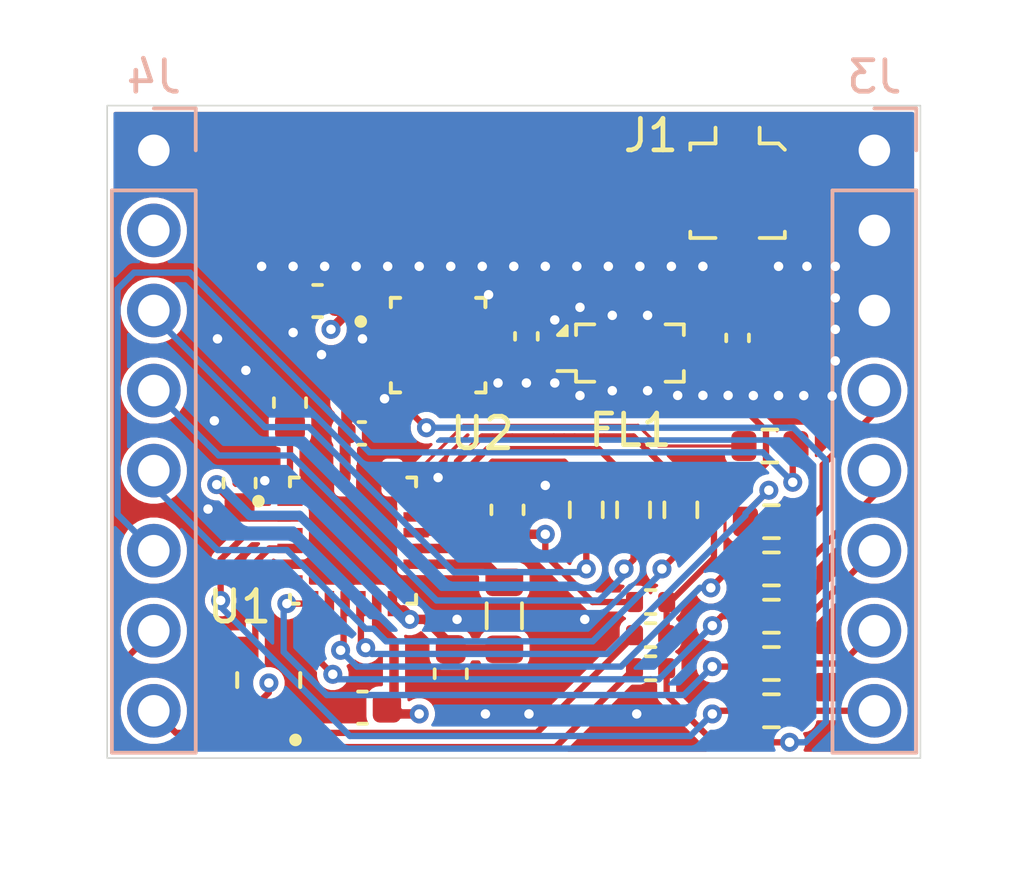
<source format=kicad_pcb>
(kicad_pcb (version 20241229) (generator "pcbnew") (generator_version "9.0")
  (layers (0 "F.Cu" signal) (4 "In1.Cu" signal) (6 "In2.Cu" signal) (2 "B.Cu" signal) (13 "F.Paste" user) (15 "B.Paste" user) (5 "F.SilkS" user "F.Silkscreen") (7 "B.SilkS" user "B.Silkscreen") (1 "F.Mask" user) (3 "B.Mask" user) (25 "Edge.Cuts" user))
  (net 0 "")
  (net 1 "GND")
  (net 2 "DIO3")
  (net 3 "MISO")
  (net 4 "SCK")
  (net 5 "DIO1")
  (net 6 "MOSI")
  (net 8 "DIO2")
  (net 9 "BUSY")
  (net 10 "RESET")
  (net 11 "Net-(U1-XTA)")
  (net 12 "CS")
  (net 13 "VCC")
  (net 14 "RF_TRX")
  (net 15 "Net-(U1-VR_PA)")
  (net 16 "Net-(U1-DCC_FB)")
  (net 17 "Net-(U1-DCC_SW)")
  (net 18 "TXEN")
  (net 19 "Net-(U2-TXEN)")
  (net 20 "Net-(U2-RXEN)")
  (net 23 "Net-(U1-~{RESET})")
  (net 24 "Net-(U1-MISO_TX)")
  (net 25 "Net-(U1-MOSI_RX)")
  (net 26 "Net-(U1-SCK_~{RTS})")
  (net 27 "Net-(U1-~{SS_CTS})")
  (net 28 "Net-(U1-BUSY)")
  (net 29 "Net-(U1-DIO1)")
  (net 30 "Net-(U1-DIO2)")
  (net 31 "Net-(U1-DIO3)")
  (net 32 "RXEN")
  (net 33 "Net-(U2-TXRX)")
  (net 34 "RF_FLT")
  (net 35 "RF_CAP")
  (net 36 "RF_UFL")
  (footprint "ECS-TXO-20CSMV:OSC_ECS-TXO-20CSMV-520-AN-TR" (layer "F.Cu") (at 148.425 100.625 90)
    (property "Reference" "Y1" (hide yes))
    (property "Value" "ECS-TXO-20CSMV-520-AN-TR")
    (pad "1" smd rect (at -0.925 0.725 90) (size 0.9 0.8) (layers "F.Cu" "F.Mask" "F.Paste") (net 1 "GND"))
    (pad "2" smd rect (at 0.925 0.725 90) (size 0.9 0.8) (layers "F.Cu" "F.Mask" "F.Paste") (net 1 "GND"))
    (pad "3" smd rect (at 0.925 -0.725 90) (size 0.9 0.8) (layers "F.Cu" "F.Mask" "F.Paste") (net 11 "Net-(U1-XTA)"))
    (pad "4" smd rect (at -0.925 -0.725 90) (size 0.9 0.8) (layers "F.Cu" "F.Mask" "F.Paste") (net 13 "VCC"))
  )
  (footprint "Resistor_SMD:R_0603_1608Metric" (layer "F.Cu") (at 164.375 97.1)
    (property "Reference" "R10" (hide yes))
    (property "Value" "33")
    (pad "1" smd roundrect (at -0.825 0) (size 0.8 0.95) (layers "F.Cu" "F.Mask" "F.Paste") (net 30 "Net-(U1-DIO2)"))
    (pad "2" smd roundrect (at 0.825 0) (size 0.8 0.95) (layers "F.Cu" "F.Mask" "F.Paste") (net 8 "DIO2"))
  )
  (footprint "Resistor_SMD:R_0603_1608Metric" (layer "F.Cu") (at 161.5 95.225 90)
    (property "Reference" "R6" (hide yes))
    (property "Value" "33")
    (pad "1" smd roundrect (at -0.825 0 90) (size 0.8 0.95) (layers "F.Cu" "F.Mask" "F.Paste") (net 4 "SCK"))
    (pad "2" smd roundrect (at 0.825 0 90) (size 0.8 0.95) (layers "F.Cu" "F.Mask" "F.Paste") (net 26 "Net-(U1-SCK_~{RTS})"))
  )
  (footprint "Resistor_SMD:R_0603_1608Metric" (layer "F.Cu") (at 164.375 101.6 180)
    (property "Reference" "R3" (hide yes))
    (property "Value" "33")
    (pad "1" smd roundrect (at -0.825 0 180) (size 0.8 0.95) (layers "F.Cu" "F.Mask" "F.Paste") (net 10 "RESET"))
    (pad "2" smd roundrect (at 0.825 0 180) (size 0.8 0.95) (layers "F.Cu" "F.Mask" "F.Paste") (net 23 "Net-(U1-~{RESET})"))
  )
  (footprint "Resistor_SMD:R_0402_1005Metric" (layer "F.Cu") (at 160.54 98.15)
    (property "Reference" "R2" (hide yes))
    (property "Value" "10k")
    (pad "1" smd roundrect (at -0.51 0) (size 0.54 0.64) (layers "F.Cu" "F.Mask" "F.Paste") (net 13 "VCC"))
    (pad "2" smd roundrect (at 0.51 0) (size 0.54 0.64) (layers "F.Cu" "F.Mask" "F.Paste") (net 20 "Net-(U2-RXEN)"))
  )
  (footprint "Filter:Filter_Mini-Circuits_FV1206-4" (layer "F.Cu") (at 159.885 90.25)
    (property "Reference" "FL1" (at 0.015 2.45 180) (layer "F.SilkS"))
    (property "Value" "BFCN-2450")
    (pad "1" smd roundrect (at -1.815 0) (size 0.99 0.61) (layers "F.Cu" "F.Mask" "F.Paste") (net 34 "RF_FLT"))
    (pad "2" thru_hole circle (at -0.56 1.195) (size 0.63 0.63) (drill 0.3) (layers "*.Cu" "*.Mask") (net 1 "GND"))
    (pad "2" smd roundrect (at 0 1.015) (size 1.75 0.99) (layers "F.Cu" "F.Mask" "F.Paste") (net 1 "GND"))
    (pad "2" thru_hole circle (at 0.56 1.195) (size 0.63 0.63) (drill 0.3) (layers "*.Cu" "*.Mask") (net 1 "GND"))
    (pad "3" smd roundrect (at 1.815 0) (size 0.99 0.61) (layers "F.Cu" "F.Mask" "F.Paste") (net 35 "RF_CAP"))
    (pad "4" thru_hole circle (at -0.56 -1.195) (size 0.63 0.63) (drill 0.3) (layers "*.Cu" "*.Mask") (net 1 "GND"))
    (pad "4" smd roundrect (at 0 -1.015) (size 1.75 0.99) (layers "F.Cu" "F.Mask" "F.Paste") (net 1 "GND"))
    (pad "4" thru_hole circle (at 0.56 -1.195) (size 0.63 0.63) (drill 0.3) (layers "*.Cu" "*.Mask") (net 1 "GND"))
  )
  (footprint "Resistor_SMD:R_0603_1608Metric" (layer "F.Cu") (at 164.375 98.6 180)
    (property "Reference" "R9" (hide yes))
    (property "Value" "33")
    (pad "1" smd roundrect (at -0.825 0 180) (size 0.8 0.95) (layers "F.Cu" "F.Mask" "F.Paste") (net 5 "DIO1"))
    (pad "2" smd roundrect (at 0.825 0 180) (size 0.8 0.95) (layers "F.Cu" "F.Mask" "F.Paste") (net 29 "Net-(U1-DIO1)"))
  )
  (footprint "Inductor_SMD:L_0805_2012Metric" (layer "F.Cu") (at 155.9 98.5875 -90)
    (property "Reference" "L1" (hide yes))
    (property "Value" "15u")
    (pad "1" smd roundrect (at -1.0625 0 270) (size 0.875 1.2) (layers "F.Cu" "F.Mask" "F.Paste") (net 17 "Net-(U1-DCC_SW)"))
    (pad "2" smd roundrect (at 1.0625 0 270) (size 0.875 1.2) (layers "F.Cu" "F.Mask" "F.Paste") (net 16 "Net-(U1-DCC_FB)"))
  )
  (footprint "Capacitor_SMD:C_0402_1005Metric" (layer "F.Cu") (at 151.38 92.8)
    (property "Reference" "C6" (hide yes))
    (property "Value" "0.8pF")
    (pad "1" smd roundrect (at -0.48 0) (size 0.56 0.62) (layers "F.Cu" "F.Mask" "F.Paste") (net 14 "RF_TRX"))
    (pad "2" smd roundrect (at 0.48 0) (size 0.56 0.62) (layers "F.Cu" "F.Mask" "F.Paste") (net 1 "GND"))
  )
  (footprint "Capacitor_SMD:C_0603_1608Metric" (layer "F.Cu") (at 154.2 100.425 -90)
    (property "Reference" "C4" (hide yes))
    (property "Value" "470n")
    (pad "1" smd roundrect (at -0.775 0 270) (size 0.9 0.95) (layers "F.Cu" "F.Mask" "F.Paste") (net 16 "Net-(U1-DCC_FB)"))
    (pad "2" smd roundrect (at 0.775 0 270) (size 0.9 0.95) (layers "F.Cu" "F.Mask" "F.Paste") (net 1 "GND"))
  )
  (footprint "Inductor_SMD:L_0402_1005Metric" (layer "F.Cu") (at 150.9 91.215 -90)
    (property "Reference" "L2" (hide yes))
    (property "Value" "3n")
    (pad "1" smd roundrect (at -0.485 0 270) (size 0.59 0.64) (layers "F.Cu" "F.Mask" "F.Paste") (net 33 "Net-(U2-TXRX)"))
    (pad "2" smd roundrect (at 0.485 0 270) (size 0.59 0.64) (layers "F.Cu" "F.Mask" "F.Paste") (net 14 "RF_TRX"))
  )
  (footprint "Capacitor_SMD:C_0603_1608Metric" (layer "F.Cu") (at 149.975 88.6 180)
    (property "Reference" "C7" (hide yes))
    (property "Value" "100n")
    (pad "1" smd roundrect (at -0.775 0 180) (size 0.9 0.95) (layers "F.Cu" "F.Mask" "F.Paste") (net 13 "VCC"))
    (pad "2" smd roundrect (at 0.775 0 180) (size 0.9 0.95) (layers "F.Cu" "F.Mask" "F.Paste") (net 1 "GND"))
  )
  (footprint "Resistor_SMD:R_0603_1608Metric" (layer "F.Cu") (at 164.375 100.1)
    (property "Reference" "R8" (hide yes))
    (property "Value" "33")
    (pad "1" smd roundrect (at -0.825 0) (size 0.8 0.95) (layers "F.Cu" "F.Mask" "F.Paste") (net 28 "Net-(U1-BUSY)"))
    (pad "2" smd roundrect (at 0.825 0) (size 0.8 0.95) (layers "F.Cu" "F.Mask" "F.Paste") (net 9 "BUSY"))
  )
  (footprint "Capacitor_SMD:C_0603_1608Metric" (layer "F.Cu") (at 151.4 101.5)
    (property "Reference" "C2" (hide yes))
    (property "Value" "100n")
    (pad "1" smd roundrect (at -0.775 0) (size 0.9 0.95) (layers "F.Cu" "F.Mask" "F.Paste") (net 1 "GND"))
    (pad "2" smd roundrect (at 0.775 0) (size 0.9 0.95) (layers "F.Cu" "F.Mask" "F.Paste") (net 13 "VCC"))
  )
  (footprint "Capacitor_SMD:C_0603_1608Metric" (layer "F.Cu") (at 147.5 94.375 90)
    (property "Reference" "C5" (hide yes))
    (property "Value" "10n")
    (pad "1" smd roundrect (at -0.775 0 90) (size 0.9 0.95) (layers "F.Cu" "F.Mask" "F.Paste") (net 16 "Net-(U1-DCC_FB)"))
    (pad "2" smd roundrect (at 0.775 0 90) (size 0.9 0.95) (layers "F.Cu" "F.Mask" "F.Paste") (net 1 "GND"))
  )
  (footprint "Capacitor_SMD:C_0402_1005Metric" (layer "F.Cu") (at 156.6 89.72 90)
    (property "Reference" "C8" (hide yes))
    (property "Value" "0.3p")
    (pad "1" smd roundrect (at -0.48 0 90) (size 0.56 0.62) (layers "F.Cu" "F.Mask" "F.Paste") (net 34 "RF_FLT"))
    (pad "2" smd roundrect (at 0.48 0 90) (size 0.56 0.62) (layers "F.Cu" "F.Mask" "F.Paste") (net 1 "GND"))
  )
  (footprint "Resistor_SMD:R_0402_1005Metric" (layer "F.Cu") (at 160.54 99.2)
    (property "Reference" "R12_DNP1" (hide yes))
    (property "Value" "10k")
    (pad "1" smd roundrect (at -0.51 0) (size 0.54 0.64) (layers "F.Cu" "F.Mask" "F.Paste") (net 32 "RXEN"))
    (pad "2" smd roundrect (at 0.51 0) (size 0.54 0.64) (layers "F.Cu" "F.Mask" "F.Paste") (net 20 "Net-(U2-RXEN)"))
  )
  (footprint "Resistor_SMD:R_0603_1608Metric" (layer "F.Cu") (at 164.325 93.2)
    (property "Reference" "R7" (hide yes))
    (property "Value" "33")
    (pad "1" smd roundrect (at -0.825 0) (size 0.8 0.95) (layers "F.Cu" "F.Mask" "F.Paste") (net 27 "Net-(U1-~{SS_CTS})"))
    (pad "2" smd roundrect (at 0.825 0) (size 0.8 0.95) (layers "F.Cu" "F.Mask" "F.Paste") (net 12 "CS"))
  )
  (footprint "Resistor_SMD:R_0603_1608Metric" (layer "F.Cu") (at 158.5 95.225 90)
    (property "Reference" "R4" (hide yes))
    (property "Value" "33")
    (pad "1" smd roundrect (at -0.825 0 90) (size 0.8 0.95) (layers "F.Cu" "F.Mask" "F.Paste") (net 3 "MISO"))
    (pad "2" smd roundrect (at 0.825 0 90) (size 0.8 0.95) (layers "F.Cu" "F.Mask" "F.Paste") (net 24 "Net-(U1-MISO_TX)"))
  )
  (footprint "Resistor_SMD:R_0603_1608Metric" (layer "F.Cu") (at 164.375 95.6)
    (property "Reference" "R11" (hide yes))
    (property "Value" "33")
    (pad "1" smd roundrect (at -0.825 0) (size 0.8 0.95) (layers "F.Cu" "F.Mask" "F.Paste") (net 31 "Net-(U1-DIO3)"))
    (pad "2" smd roundrect (at 0.825 0) (size 0.8 0.95) (layers "F.Cu" "F.Mask" "F.Paste") (net 2 "DIO3"))
  )
  (footprint "Capacitor_SMD:C_0603_1608Metric" (layer "F.Cu") (at 149.1 91.825 -90)
    (property "Reference" "C1" (hide yes))
    (property "Value" "10n")
    (pad "1" smd roundrect (at -0.775 0 270) (size 0.9 0.95) (layers "F.Cu" "F.Mask" "F.Paste") (net 1 "GND"))
    (pad "2" smd roundrect (at 0.775 0 270) (size 0.9 0.95) (layers "F.Cu" "F.Mask" "F.Paste") (net 15 "Net-(U1-VR_PA)"))
  )
  (footprint "Capacitor_SMD:C_0603_1608Metric" (layer "F.Cu") (at 156 95.225 -90)
    (property "Reference" "C3" (hide yes))
    (property "Value" "100n")
    (pad "1" smd roundrect (at -0.775 0 270) (size 0.9 0.95) (layers "F.Cu" "F.Mask" "F.Paste") (net 1 "GND"))
    (pad "2" smd roundrect (at 0.775 0 270) (size 0.9 0.95) (layers "F.Cu" "F.Mask" "F.Paste") (net 13 "VCC"))
  )
  (footprint "rfx2401c:RFX2401C" (layer "F.Cu") (at 153.8 90)
    (property "Reference" "U2" (at 1.4 2.8 180) (layer "F.SilkS"))
    (property "Value" "RFX2401C")
    (pad "1" smd roundrect (at -1.445 -0.75) (size 0.81 0.27) (layers "F.Cu" "F.Mask" "F.Paste") (roundrect_rratio 0.125) (net 1 "GND"))
    (pad "2" smd roundrect (at -1.445 -0.25) (size 0.81 0.27) (layers "F.Cu" "F.Mask" "F.Paste") (roundrect_rratio 0.125) (net 1 "GND"))
    (pad "3" smd roundrect (at -1.445 0.25) (size 0.81 0.27) (layers "F.Cu" "F.Mask" "F.Paste") (roundrect_rratio 0.125) (net 1 "GND"))
    (pad "4" smd roundrect (at -1.445 0.75) (size 0.81 0.27) (layers "F.Cu" "F.Mask" "F.Paste") (roundrect_rratio 0.125) (net 33 "Net-(U2-TXRX)"))
    (pad "5" smd roundrect (at -0.75 1.445) (size 0.27 0.81) (layers "F.Cu" "F.Mask" "F.Paste") (roundrect_rratio 0.125) (net 19 "Net-(U2-TXEN)"))
    (pad "6" smd roundrect (at -0.25 1.445) (size 0.27 0.81) (layers "F.Cu" "F.Mask" "F.Paste") (roundrect_rratio 0.125) (net 20 "Net-(U2-RXEN)"))
    (pad "7" smd roundrect (at 0.25 1.445) (size 0.27 0.81) (layers "F.Cu" "F.Mask" "F.Paste") (roundrect_rratio 0.125) (net 1 "GND"))
    (pad "8" smd roundrect (at 0.75 1.445) (size 0.27 0.81) (layers "F.Cu" "F.Mask" "F.Paste") (roundrect_rratio 0.125) (net 1 "GND"))
    (pad "9" smd roundrect (at 1.445 0.75) (size 0.81 0.27) (layers "F.Cu" "F.Mask" "F.Paste") (roundrect_rratio 0.125) (net 1 "GND"))
    (pad "10" smd roundrect (at 1.445 0.25) (size 0.81 0.27) (layers "F.Cu" "F.Mask" "F.Paste") (roundrect_rratio 0.125) (net 34 "RF_FLT"))
    (pad "11" smd roundrect (at 1.445 -0.25) (size 0.81 0.27) (layers "F.Cu" "F.Mask" "F.Paste") (roundrect_rratio 0.125) (net 1 "GND"))
    (pad "12" smd roundrect (at 1.445 -0.75) (size 0.81 0.27) (layers "F.Cu" "F.Mask" "F.Paste") (roundrect_rratio 0.125) (net 1 "GND"))
    (pad "13" smd roundrect (at 0.75 -1.445) (size 0.27 0.81) (layers "F.Cu" "F.Mask" "F.Paste") (roundrect_rratio 0.125))
    (pad "14" smd roundrect (at 0.25 -1.445) (size 0.27 0.81) (layers "F.Cu" "F.Mask" "F.Paste") (roundrect_rratio 0.125))
    (pad "15" smd roundrect (at -0.25 -1.445) (size 0.27 0.81) (layers "F.Cu" "F.Mask" "F.Paste") (roundrect_rratio 0.125) (net 1 "GND"))
    (pad "16" smd roundrect (at -0.75 -1.445) (size 0.27 0.81) (layers "F.Cu" "F.Mask" "F.Paste") (roundrect_rratio 0.125) (net 13 "VCC"))
    (pad "17" smd rect (at 0 0) (size 1.7 1.7) (layers "F.Cu" "F.Mask") (net 1 "GND"))
  )
  (footprint "Resistor_SMD:R_0603_1608Metric" (layer "F.Cu") (at 160 95.225 90)
    (property "Reference" "R5" (hide yes))
    (property "Value" "33")
    (pad "1" smd roundrect (at -0.825 0 90) (size 0.8 0.95) (layers "F.Cu" "F.Mask" "F.Paste") (net 6 "MOSI"))
    (pad "2" smd roundrect (at 0.825 0 90) (size 0.8 0.95) (layers "F.Cu" "F.Mask" "F.Paste") (net 25 "Net-(U1-MOSI_RX)"))
  )
  (footprint "sx1280:XCVR_SX1280IMLTRT" (layer "F.Cu") (at 151.1 96.2)
    (property "Reference" "U1" (at -3.6 2.1 180) (layer "F.SilkS"))
    (property "Value" "SX1280IMLTRT")
    (pad "1" smd rect (at -2 -1.25) (size 0.8 0.3) (layers "F.Cu" "F.Mask" "F.Paste") (net 15 "Net-(U1-VR_PA)"))
    (pad "2" smd rect (at -2 -0.75) (size 0.8 0.3) (layers "F.Cu" "F.Mask" "F.Paste") (net 16 "Net-(U1-DCC_FB)"))
    (pad "3" smd rect (at -2 -0.25) (size 0.8 0.3) (layers "F.Cu" "F.Mask" "F.Paste") (net 23 "Net-(U1-~{RESET})"))
    (pad "4" smd rect (at -2 0.25) (size 0.8 0.3) (layers "F.Cu" "F.Mask" "F.Paste") (net 11 "Net-(U1-XTA)"))
    (pad "5" smd rect (at -2 0.75) (size 0.8 0.3) (layers "F.Cu" "F.Mask" "F.Paste") (net 1 "GND"))
    (pad "6" smd rect (at -2 1.25) (size 0.8 0.3) (layers "F.Cu" "F.Mask" "F.Paste"))
    (pad "7" smd rect (at -1.25 2) (size 0.3 0.8) (layers "F.Cu" "F.Mask" "F.Paste") (net 28 "Net-(U1-BUSY)"))
    (pad "8" smd rect (at -0.75 2) (size 0.3 0.8) (layers "F.Cu" "F.Mask" "F.Paste") (net 29 "Net-(U1-DIO1)"))
    (pad "9" smd rect (at -0.25 2) (size 0.3 0.8) (layers "F.Cu" "F.Mask" "F.Paste") (net 30 "Net-(U1-DIO2)"))
    (pad "10" smd rect (at 0.25 2) (size 0.3 0.8) (layers "F.Cu" "F.Mask" "F.Paste") (net 31 "Net-(U1-DIO3)"))
    (pad "11" smd rect (at 0.75 2) (size 0.3 0.8) (layers "F.Cu" "F.Mask" "F.Paste") (net 13 "VCC"))
    (pad "12" smd rect (at 1.25 2) (size 0.3 0.8) (layers "F.Cu" "F.Mask" "F.Paste") (net 16 "Net-(U1-DCC_FB)"))
    (pad "13" smd rect (at 2 1.25) (size 0.8 0.3) (layers "F.Cu" "F.Mask" "F.Paste") (net 1 "GND"))
    (pad "14" smd rect (at 2 0.75) (size 0.8 0.3) (layers "F.Cu" "F.Mask" "F.Paste") (net 17 "Net-(U1-DCC_SW)"))
    (pad "15" smd rect (at 2 0.25) (size 0.8 0.3) (layers "F.Cu" "F.Mask" "F.Paste") (net 13 "VCC"))
    (pad "16" smd rect (at 2 -0.25) (size 0.8 0.3) (layers "F.Cu" "F.Mask" "F.Paste") (net 24 "Net-(U1-MISO_TX)"))
    (pad "17" smd rect (at 2 -0.75) (size 0.8 0.3) (layers "F.Cu" "F.Mask" "F.Paste") (net 25 "Net-(U1-MOSI_RX)"))
    (pad "18" smd rect (at 2 -1.25) (size 0.8 0.3) (layers "F.Cu" "F.Mask" "F.Paste") (net 26 "Net-(U1-SCK_~{RTS})"))
    (pad "19" smd rect (at 1.25 -2) (size 0.3 0.8) (layers "F.Cu" "F.Mask" "F.Paste") (net 27 "Net-(U1-~{SS_CTS})"))
    (pad "20" smd rect (at 0.75 -2) (size 0.3 0.8) (layers "F.Cu" "F.Mask" "F.Paste") (net 1 "GND"))
    (pad "21" smd rect (at 0.25 -2) (size 0.3 0.8) (layers "F.Cu" "F.Mask" "F.Paste") (net 1 "GND"))
    (pad "22" smd rect (at -0.25 -2) (size 0.3 0.8) (layers "F.Cu" "F.Mask" "F.Paste") (net 14 "RF_TRX"))
    (pad "23" smd rect (at -0.75 -2) (size 0.3 0.8) (layers "F.Cu" "F.Mask" "F.Paste") (net 1 "GND"))
    (pad "24" smd rect (at -1.25 -2) (size 0.3 0.8) (layers "F.Cu" "F.Mask" "F.Paste") (net 1 "GND"))
    (pad "25" smd rect (at 0 0) (size 2.7 2.7) (layers "F.Cu" "F.Mask") (net 1 "GND"))
  )
  (footprint "Capacitor_SMD:C_0402_1005Metric" (layer "F.Cu") (at 163.3 89.77 90)
    (property "Reference" "C9" (hide yes))
    (property "Value" "470n")
    (pad "1" smd roundrect (at -0.48 0 90) (size 0.56 0.62) (layers "F.Cu" "F.Mask" "F.Paste") (net 35 "RF_CAP"))
    (pad "2" smd roundrect (at 0.48 0 90) (size 0.56 0.62) (layers "F.Cu" "F.Mask" "F.Paste") (net 36 "RF_UFL"))
  )
  (footprint "Connector_Coaxial:U.FL_Molex_MCRF_73412-0110_Vertical" (layer "F.Cu") (at 163.3 85.1)
    (property "Reference" "J1" (at -2.75 -1.75 0) (layer "F.SilkS"))
    (property "Value" "U.FL")
    (pad "1" smd roundrect (at 0 1.5 180) (size 1 1) (layers "F.Cu" "F.Mask" "F.Paste") (roundrect_rratio 0.1) (net 36 "RF_UFL"))
    (pad "2" smd roundrect (at -1.475 0 180) (size 1.05 2.2) (layers "F.Cu" "F.Mask" "F.Paste") (roundrect_rratio 0.1) (net 1 "GND"))
    (pad "2" smd roundrect (at 0 -1.5 180) (size 1 1) (layers "F.Cu" "F.Mask" "F.Paste") (roundrect_rratio 0.1) (net 1 "GND"))
    (pad "2" smd roundrect (at 1.475 0 180) (size 1.05 2.2) (layers "F.Cu" "F.Mask" "F.Paste") (roundrect_rratio 0.1) (net 1 "GND"))
  )
  (footprint "Resistor_SMD:R_0402_1005Metric" (layer "F.Cu") (at 160.54 100.25 180)
    (property "Reference" "R1" (hide yes))
    (property "Value" "10k")
    (pad "1" smd roundrect (at -0.51 0 180) (size 0.54 0.64) (layers "F.Cu" "F.Mask" "F.Paste") (net 19 "Net-(U2-TXEN)"))
    (pad "2" smd roundrect (at 0.51 0 180) (size 0.54 0.64) (layers "F.Cu" "F.Mask" "F.Paste") (net 18 "TXEN"))
  )
  (footprint "Connector_PinHeader_2.54mm:PinHeader_1x08_P2.54mm_Vertical" (layer "B.Cu") (at 144.78 83.82 180)
    (property "Reference" "J4" (at 0 2.33 0) (layer "B.SilkS") (effects (justify mirror)))
    (property "Value" "2.54mmL")
    (pad "1" thru_hole rect (at 0 0 180) (size 1.7 1.7) (drill 1) (layers "*.Cu" "*.Mask") (net 1 "GND"))
    (pad "2" thru_hole oval (at 0 -2.54 180) (size 1.7 1.7) (drill 1) (layers "*.Cu" "*.Mask") (net 13 "VCC"))
    (pad "3" thru_hole oval (at 0 -5.08 180) (size 1.7 1.7) (drill 1) (layers "*.Cu" "*.Mask") (net 3 "MISO"))
    (pad "4" thru_hole oval (at 0 -7.62 180) (size 1.7 1.7) (drill 1) (layers "*.Cu" "*.Mask") (net 6 "MOSI"))
    (pad "5" thru_hole oval (at 0 -10.16 180) (size 1.7 1.7) (drill 1) (layers "*.Cu" "*.Mask") (net 4 "SCK"))
    (pad "6" thru_hole oval (at 0 -12.7 180) (size 1.7 1.7) (drill 1) (layers "*.Cu" "*.Mask") (net 12 "CS"))
    (pad "7" thru_hole oval (at 0 -15.24 180) (size 1.7 1.7) (drill 1) (layers "*.Cu" "*.Mask") (net 18 "TXEN"))
    (pad "8" thru_hole oval (at 0 -17.78 180) (size 1.7 1.7) (drill 1) (layers "*.Cu" "*.Mask") (net 32 "RXEN"))
  )
  (footprint "Connector_PinHeader_2.54mm:PinHeader_1x08_P2.54mm_Vertical" (layer "B.Cu") (at 167.64 83.82 180)
    (property "Reference" "J3" (at 0 2.33 0) (layer "B.SilkS") (effects (justify mirror)))
    (property "Value" "2.54mmR")
    (pad "1" thru_hole rect (at 0 0 180) (size 1.7 1.7) (drill 1) (layers "*.Cu" "*.Mask") (net 1 "GND"))
    (pad "2" thru_hole oval (at 0 -2.54 180) (size 1.7 1.7) (drill 1) (layers "*.Cu" "*.Mask") (net 1 "GND"))
    (pad "3" thru_hole oval (at 0 -5.08 180) (size 1.7 1.7) (drill 1) (layers "*.Cu" "*.Mask") (net 1 "GND"))
    (pad "4" thru_hole oval (at 0 -7.62 180) (size 1.7 1.7) (drill 1) (layers "*.Cu" "*.Mask") (net 2 "DIO3"))
    (pad "5" thru_hole oval (at 0 -10.16 180) (size 1.7 1.7) (drill 1) (layers "*.Cu" "*.Mask") (net 8 "DIO2"))
    (pad "6" thru_hole oval (at 0 -12.7 180) (size 1.7 1.7) (drill 1) (layers "*.Cu" "*.Mask") (net 5 "DIO1"))
    (pad "7" thru_hole oval (at 0 -15.24 180) (size 1.7 1.7) (drill 1) (layers "*.Cu" "*.Mask") (net 9 "BUSY"))
    (pad "8" thru_hole oval (at 0 -17.78 180) (size 1.7 1.7) (drill 1) (layers "*.Cu" "*.Mask") (net 10 "RESET"))
  )
  (gr_rect (start 143.3 82.4) (end 169.1 103.1) (stroke (width 0.05)) (fill no) (layer "Edge.Cuts"))
  (segment (start 146 87.5) (end 146 101.8) (width 0.3) (layers "F.Cu" "F.Mask") (net 1))
  (segment (start 146 87.5) (end 147.7 87.5) (width 0.3) (layers "F.Cu" "F.Mask") (net 1))
  (segment (start 166.4 87.5) (end 166.4 92.8) (width 0.2) (layers "F.Cu" "F.Mask") (net 1))
  (segment (start 147.7 87.5) (end 162.5 87.5) (width 0.3) (layers "F.Cu" "F.Mask") (net 1))
  (segment (start 147.7 90.8) (end 147.7 87.5) (width 0.3) (layers "F.Cu" "F.Mask") (net 1))
  (segment (start 164.1 87.5) (end 166.4 87.5) (width 0.2) (layers "F.Cu" "F.Mask") (net 1))
  (segment (start 147.7 90.8) (end 147.7 93.4) (width 0.3) (layers "F.Cu" "F.Mask") (net 1))
  (segment (start 147.7 93.4) (end 147.5 93.6) (width 0.3) (layer "F.Cu") (net 1))
  (via (at 155.2 87.5) (size 0.6) (drill 0.3) (layers "F.Cu" "B.Cu") (net 1))
  (via (at 155.4 88.4) (size 0.6) (drill 0.3) (layers "F.Cu" "B.Cu") (net 1))
  (via (at 157.5 89.2) (size 0.6) (drill 0.3) (layers "F.Cu" "B.Cu") (net 1))
  (via (at 161.2 87.5) (size 0.6) (drill 0.3) (layers "F.Cu" "B.Cu") (net 1))
  (via (at 165.4 91.6) (size 0.6) (drill 0.3) (layers "F.Cu" "B.Cu") (net 1))
  (via (at 146.8 89.8) (size 0.6) (drill 0.3) (layers "F.Cu" "B.Cu") (net 1))
  (via (at 147.7 90.8) (size 0.6) (drill 0.3) (layers "F.Cu" "B.Cu") (net 1))
  (via (at 151.2 87.5) (size 0.6) (drill 0.3) (layers "F.Cu" "B.Cu") (net 1))
  (via (at 165.5 87.5) (size 0.6) (drill 0.3) (layers "F.Cu" "B.Cu") (net 1))
  (via (at 166.301097 91.612762) (size 0.6) (drill 0.3) (layers "F.Cu" "B.Cu") (net 1))
  (via (at 162.2 91.595) (size 0.6) (drill 0.3) (layers "F.Cu" "B.Cu") (net 1))
  (via (at 160.2 87.5) (size 0.6) (drill 0.3) (layers "F.Cu" "B.Cu") (net 1))
  (via (at 154.2 87.5) (size 0.6) (drill 0.3) (layers "F.Cu" "B.Cu") (net 1))
  (via (at 149.2 89.6) (size 0.6) (drill 0.3) (layers "F.Cu" "B.Cu") (net 1))
  (via (at 158.451473 98.7) (size 0.6) (drill 0.3) (layers "F.Cu" "B.Cu") (net 1))
  (via (at 148.2 87.5) (size 0.6) (drill 0.3) (layers "F.Cu" "B.Cu") (net 1))
  (via (at 158.3 91.6) (size 0.6) (drill 0.3) (layers "F.Cu" "B.Cu") (net 1))
  (via (at 163.8 91.6) (size 0.6) (drill 0.3) (layers "F.Cu" "B.Cu") (net 1))
  (via (at 156.2 87.5) (size 0.6) (drill 0.3) (layers "F.Cu" "B.Cu") (net 1))
  (via (at 164.6 87.5) (size 0.6) (drill 0.3) (layers "F.Cu" "B.Cu") (net 1))
  (via (at 157.5 91.2) (size 0.6) (drill 0.3) (layers "F.Cu" "B.Cu") (net 1))
  (via (at 156.6 91.2) (size 0.6) (drill 0.3) (layers "F.Cu" "B.Cu") (net 1))
  (via (at 153.2 87.5) (size 0.6) (drill 0.3) (layers "F.Cu" "B.Cu") (net 1))
  (via (at 156.681473 101.7) (size 0.6) (drill 0.3) (layers "F.Cu" "B.Cu") (net 1))
  (via (at 150.2 87.5) (size 0.6) (drill 0.3) (layers "F.Cu" "B.Cu") (net 1))
  (via (at 150.1 90.3) (size 0.6) (drill 0.3) (layers "F.Cu" "B.Cu") (net 1))
  (via (at 149.2 87.5) (size 0.6) (drill 0.3) (layers "F.Cu" "B.Cu") (net 1))
  (via (at 153.798 94.2) (size 0.6) (drill 0.3) (layers "F.Cu" "B.Cu") (net 1))
  (via (at 158.3 88.8) (size 0.6) (drill 0.3) (layers "F.Cu" "B.Cu") (net 1))
  (via (at 148.3 94.3) (size 0.6) (drill 0.3) (layers "F.Cu" "B.Cu") (net 1))
  (via (at 154.4 98.7) (size 0.6) (drill 0.3) (layers "F.Cu" "B.Cu") (net 1))
  (via (at 158.2 87.5) (size 0.6) (drill 0.3) (layers "F.Cu" "B.Cu") (net 1))
  (via (at 155.7 91.2) (size 0.6) (drill 0.3) (layers "F.Cu" "B.Cu") (net 1))
  (via (at 146.5 95.2) (size 0.6) (drill 0.3) (layers "F.Cu" "B.Cu") (net 1))
  (via (at 166.4 90.5) (size 0.6) (drill 0.3) (layers "F.Cu" "B.Cu") (net 1))
  (via (at 161.4 91.595) (size 0.6) (drill 0.3) (layers "F.Cu" "B.Cu") (net 1))
  (via (at 155.3 101.7) (size 0.6) (drill 0.3) (layers "F.Cu" "B.Cu") (net 1))
  (via (at 166.4 89.5) (size 0.6) (drill 0.3) (layers "F.Cu" "B.Cu") (net 1))
  (via (at 160.1 101.7) (size 0.6) (drill 0.3) (layers "F.Cu" "B.Cu") (net 1))
  (via (at 163 91.595) (size 0.6) (drill 0.3) (layers "F.Cu" "B.Cu") (net 1))
  (via (at 152.2 87.5) (size 0.6) (drill 0.3) (layers "F.Cu" "B.Cu") (net 1))
  (via (at 166.4 88.5) (size 0.6) (drill 0.3) (layers "F.Cu" "B.Cu") (net 1))
  (via (at 157.2 94.45) (size 0.6) (drill 0.3) (layers "F.Cu" "B.Cu") (net 1))
  (via (at 166.4 87.5) (size 0.6) (drill 0.3) (layers "F.Cu" "B.Cu") (net 1))
  (via (at 151.4 89.8) (size 0.6) (drill 0.3) (layers "F.Cu" "B.Cu") (net 1))
  (via (at 164.6 91.6) (size 0.6) (drill 0.3) (layers "F.Cu" "B.Cu") (net 1))
  (via (at 152.1 91.7) (size 0.6) (drill 0.3) (layers "F.Cu" "B.Cu") (net 1))
  (via (at 159.2 87.5) (size 0.6) (drill 0.3) (layers "F.Cu" "B.Cu") (net 1))
  (via (at 146.7 92.4) (size 0.6) (drill 0.3) (layers "F.Cu" "B.Cu") (net 1))
  (via (at 162.2 87.5) (size 0.6) (drill 0.3) (layers "F.Cu" "B.Cu") (net 1))
  (via (at 157.2 87.5) (size 0.6) (drill 0.3) (layers "F.Cu" "B.Cu") (net 1))
  (segment (start 165.2 95.6) (end 165.5 95.6) (width 0.2) (layer "F.Cu") (net 2))
  (segment (start 166 95.1) (end 166 93.8) (width 0.2) (layer "F.Cu") (net 2))
  (segment (start 165.5 95.6) (end 166 95.1) (width 0.2) (layer "F.Cu") (net 2))
  (segment (start 167.64 92.16) (end 167.64 91.44) (width 0.2) (layer "F.Cu") (net 2))
  (segment (start 166 93.8) (end 167.64 92.16) (width 0.2) (layer "F.Cu") (net 2))
  (segment (start 158.5 96.05) (end 158.5 97.1) (width 0.2) (layer "F.Cu") (net 3))
  (via (at 158.5 97.1) (size 0.6) (drill 0.3) (layers "F.Cu" "B.Cu") (net 3))
  (segment (start 148.3 92.6) (end 144.78 89.08) (width 0.2) (layer "B.Cu") (net 3))
  (segment (start 154.3 97.2) (end 149.7 92.6) (width 0.2) (layer "B.Cu") (net 3))
  (segment (start 149.7 92.6) (end 148.3 92.6) (width 0.2) (layer "B.Cu") (net 3))
  (segment (start 144.78 89.08) (end 144.78 88.9) (width 0.2) (layer "B.Cu") (net 3))
  (segment (start 158.4 97.2) (end 154.3 97.2) (width 0.2) (layer "B.Cu") (net 3))
  (segment (start 158.5 97.1) (end 158.4 97.2) (width 0.2) (layer "B.Cu") (net 3))
  (segment (start 161.5 96.05) (end 161.5 96.5) (width 0.2) (layer "F.Cu") (net 4))
  (segment (start 161.5 96.5) (end 160.9 97.1) (width 0.2) (layer "F.Cu") (net 4))
  (via (at 160.9 97.1) (size 0.6) (drill 0.3) (layers "F.Cu" "B.Cu") (net 4))
  (segment (start 152.102587 99.34889) (end 151.75053 98.996833) (width 0.2) (layer "B.Cu") (net 4))
  (segment (start 144.78 94.48) (end 144.78 93.98) (width 0.2) (layer "B.Cu") (net 4))
  (segment (start 146.8 96.5) (end 144.78 94.48) (width 0.2) (layer "B.Cu") (net 4))
  (segment (start 158.704 99.396) (end 152.149697 99.396) (width 0.2) (layer "B.Cu") (net 4))
  (segment (start 149 96.5) (end 146.8 96.5) (width 0.2) (layer "B.Cu") (net 4))
  (segment (start 160.9 97.1) (end 160.9 97.2) (width 0.2) (layer "B.Cu") (net 4))
  (segment (start 151.496833 98.996833) (end 149 96.5) (width 0.2) (layer "B.Cu") (net 4))
  (segment (start 160.9 97.2) (end 158.704 99.396) (width 0.2) (layer "B.Cu") (net 4))
  (segment (start 151.75053 98.996833) (end 151.496833 98.996833) (width 0.2) (layer "B.Cu") (net 4))
  (segment (start 152.149697 99.396) (end 152.102587 99.34889) (width 0.2) (layer "B.Cu") (net 4))
  (segment (start 167.64 96.52) (end 165.56 98.6) (width 0.2) (layer "F.Cu") (net 5))
  (segment (start 165.56 98.6) (end 165.2 98.6) (width 0.2) (layer "F.Cu") (net 5))
  (segment (start 160 96.8) (end 159.7 97.1) (width 0.2) (layer "F.Cu") (net 6))
  (segment (start 160 96.05) (end 160 96.8) (width 0.2) (layer "F.Cu") (net 6))
  (via (at 159.7 97.1) (size 0.6) (drill 0.3) (layers "F.Cu" "B.Cu") (net 6))
  (segment (start 146.84 93.5) (end 144.78 91.44) (width 0.2) (layer "B.Cu") (net 6))
  (segment (start 153.75 98.1) (end 149.15 93.5) (width 0.2) (layer "B.Cu") (net 6))
  (segment (start 158.900001 98.1) (end 153.75 98.1) (width 0.2) (layer "B.Cu") (net 6))
  (segment (start 159.7 97.1) (end 159.7 97.300001) (width 0.2) (layer "B.Cu") (net 6))
  (segment (start 159.7 97.300001) (end 158.900001 98.1) (width 0.2) (layer "B.Cu") (net 6))
  (segment (start 149.15 93.5) (end 146.84 93.5) (width 0.2) (layer "B.Cu") (net 6))
  (segment (start 165.3 97.1) (end 167.64 94.76) (width 0.2) (layer "F.Cu") (net 8))
  (segment (start 165.2 97.1) (end 165.3 97.1) (width 0.2) (layer "F.Cu") (net 8))
  (segment (start 167.64 94.76) (end 167.64 93.98) (width 0.2) (layer "F.Cu") (net 8))
  (segment (start 165.2 100.1) (end 166.6 100.1) (width 0.2) (layer "F.Cu") (net 9))
  (segment (start 166.6 100.1) (end 167.64 99.06) (width 0.2) (layer "F.Cu") (net 9))
  (segment (start 165.2 101.6) (end 167.64 101.6) (width 0.2) (layer "F.Cu") (net 10))
  (segment (start 148 99.6) (end 148 96.898) (width 0.2) (layer "F.Cu") (net 11))
  (segment (start 148 96.898) (end 148.448 96.45) (width 0.2) (layer "F.Cu") (net 11))
  (segment (start 148.448 96.45) (end 149.1 96.45) (width 0.2) (layer "F.Cu") (net 11))
  (segment (start 147.7 99.9) (end 148 99.6) (width 0.2) (layer "F.Cu") (net 11))
  (segment (start 165.05 93.3) (end 165.15 93.2) (width 0.2) (layer "F.Cu") (net 12))
  (segment (start 165.05 94.35) (end 165.05 93.3) (width 0.2) (layer "F.Cu") (net 12))
  (via (at 165.05 94.35) (size 0.6) (drill 0.3) (layers "F.Cu" "B.Cu") (net 12))
  (segment (start 145.925 87.7) (end 144.15 87.7) (width 0.2) (layer "B.Cu") (net 12))
  (segment (start 165.05 94.35) (end 164.1 93.4) (width 0.2) (layer "B.Cu") (net 12))
  (segment (start 143.629 95.369) (end 144.78 96.52) (width 0.2) (layer "B.Cu") (net 12))
  (segment (start 144.15 87.7) (end 143.629 88.221) (width 0.2) (layer "B.Cu") (net 12))
  (segment (start 143.629 88.221) (end 143.629 95.369) (width 0.2) (layer "B.Cu") (net 12))
  (segment (start 151.625 93.4) (end 145.925 87.7) (width 0.2) (layer "B.Cu") (net 12))
  (segment (start 164.1 93.4) (end 151.625 93.4) (width 0.2) (layer "B.Cu") (net 12))
  (segment (start 156 96) (end 157.2 96) (width 0.3) (layer "F.Cu") (net 13))
  (segment (start 148.425 100.825) (end 148.425 101.025) (width 0.2) (layer "F.Cu") (net 13))
  (segment (start 150.85 88.5) (end 150.75 88.6) (width 0.3) (layer "F.Cu") (net 13))
  (segment (start 152.4 101.275) (end 152.175 101.5) (width 0.3) (layer "F.Cu") (net 13))
  (segment (start 152.995 88.5) (end 150.85 88.5) (width 0.3) (layer "F.Cu") (net 13))
  (segment (start 151.85 98.85) (end 152.4 99.4) (width 0.3) (layer "F.Cu") (net 13))
  (segment (start 150.75 89.15) (end 150.4 89.5) (width 0.3) (layer "F.Cu") (net 13))
  (segment (start 150.75 88.6) (end 150.75 89.15) (width 0.3) (layer "F.Cu") (net 13))
  (segment (start 152.4 99.4) (end 152.4 101.275) (width 0.3) (layer "F.Cu") (net 13))
  (segment (start 160.03 98.15) (end 158.700057 98.15) (width 0.2) (layer "F.Cu") (net 13))
  (segment (start 151.899 98.249) (end 151.85 98.2) (width 0.2) (layer "F.Cu") (net 13))
  (segment (start 153.2 101.7) (end 152.6 101.7) (width 0.3) (layer "F.Cu") (net 13))
  (segment (start 151.85 98.2) (end 151.85 98.85) (width 0.3) (layer "F.Cu") (net 13))
  (segment (start 153.05 88.555) (end 152.995 88.5) (width 0.3) (layer "F.Cu") (net 13))
  (segment (start 148.425 101.025) (end 147.7 101.75) (width 0.2) (layer "F.Cu") (net 13))
  (segment (start 155.55 96.45) (end 156 96) (width 0.3) (layer "F.Cu") (net 13))
  (segment (start 157.2 96.649943) (end 157.2 96) (width 0.2) (layer "F.Cu") (net 13))
  (segment (start 158.700057 98.15) (end 157.2 96.649943) (width 0.2) (layer "F.Cu") (net 13))
  (segment (start 152.6 101.7) (end 152.4 101.5) (width 0.3) (layer "F.Cu") (net 13))
  (segment (start 153.1 96.45) (end 155.55 96.45) (width 0.3) (layer "F.Cu") (net 13))
  (segment (start 152.4 101.5) (end 152.175 101.5) (width 0.3) (layer "F.Cu") (net 13))
  (via (at 157.2 96) (size 0.6) (drill 0.3) (layers "F.Cu" "B.Cu") (net 13))
  (via (at 150.4 89.5) (size 0.6) (drill 0.3) (layers "F.Cu" "B.Cu") (net 13))
  (via (at 153.2 101.7) (size 0.6) (drill 0.3) (layers "F.Cu" "B.Cu") (net 13))
  (via (at 148.429907 100.715888) (size 0.6) (drill 0.3) (layers "F.Cu" "B.Cu") (net 13))
  (segment (start 150.85 92.85) (end 150.9 92.8) (width 0.2) (layer "F.Cu") (net 14))
  (segment (start 150.9 92.8) (end 150.9 91.7) (width 0.3493) (layer "F.Cu") (net 14))
  (segment (start 150.85 94.2) (end 150.85 92.85) (width 0.349) (layer "F.Cu") (net 14))
  (segment (start 149.1 92.7) (end 149.1 94.95) (width 0.2) (layer "F.Cu") (net 15))
  (segment (start 149 92.6) (end 149.1 92.7) (width 0.2) (layer "F.Cu") (net 15))
  (segment (start 152.9 98.7) (end 152.9 98.6) (width 0.3) (layer "F.Cu") (net 16))
  (segment (start 152.9 98.6) (end 152.7 98.4) (width 0.3) (layer "F.Cu") (net 16))
  (segment (start 152.9 98.7) (end 153.4 98.7) (width 0.3) (layer "F.Cu") (net 16))
  (segment (start 146.775 94.425) (end 147.8 95.45) (width 0.3) (layer "F.Cu") (net 16))
  (segment (start 154.2 99.5) (end 154.2 99.65) (width 0.3) (layer "F.Cu") (net 16))
  (segment (start 153.4 98.7) (end 154.2 99.5) (width 0.3) (layer "F.Cu") (net 16))
  (segment (start 147.8 95.45) (end 149.1 95.45) (width 0.3) (layer "F.Cu") (net 16))
  (segment (start 152.55 98.4) (end 152.35 98.2) (width 0.3) (layer "F.Cu") (net 16))
  (segment (start 152.7 98.4) (end 152.55 98.4) (width 0.3) (layer "F.Cu") (net 16))
  (segment (start 154.2 99.65) (end 155.9 99.65) (width 0.3) (layer "F.Cu") (net 16))
  (via (at 152.9 98.7) (size 0.6) (drill 0.3) (layers "F.Cu" "B.Cu") (net 16))
  (via (at 146.775 94.425) (size 0.6) (drill 0.3) (layers "F.Cu" "B.Cu") (net 16))
  (segment (start 152.9 98.7) (end 152.7 98.7) (width 0.3) (layer "B.Cu") (net 16))
  (segment (start 152.7 98.7) (end 149.4 95.4) (width 0.3) (layer "B.Cu") (net 16))
  (segment (start 146.844546 94.425) (end 146.775 94.425) (width 0.3) (layer "B.Cu") (net 16))
  (segment (start 147.819546 95.4) (end 146.844546 94.425) (width 0.3) (layer "B.Cu") (net 16))
  (segment (start 149.4 95.4) (end 147.819546 95.4) (width 0.3) (layer "B.Cu") (net 16))
  (segment (start 155.9 97.525) (end 155.325 96.95) (width 0.3) (layer "F.Cu") (net 17))
  (segment (start 155.325 96.95) (end 153.1 96.95) (width 0.3) (layer "F.Cu") (net 17))
  (segment (start 143.629 100.211) (end 144.78 99.06) (width 0.2) (layer "F.Cu") (net 18))
  (segment (start 160.03 100.25) (end 157.529 102.751) (width 0.2) (layer "F.Cu") (net 18))
  (segment (start 157.529 102.751) (end 144.30324 102.751) (width 0.2) (layer "F.Cu") (net 18))
  (segment (start 143.629 102.07676) (end 143.629 100.211) (width 0.2) (layer "F.Cu") (net 18))
  (segment (start 144.30324 102.751) (end 143.629 102.07676) (width 0.2) (layer "F.Cu") (net 18))
  (segment (start 153.05 92.25) (end 153.05 91.445) (width 0.2) (layer "F.Cu") (net 19))
  (segment (start 153.429998 92.620367) (end 153.420367 92.620367) (width 0.2) (layer "F.Cu") (net 19))
  (segment (start 164.95 102.6) (end 162.550057 102.6) (width 0.2) (layer "F.Cu") (net 19))
  (segment (start 161.05 101.099943) (end 161.05 100.25) (width 0.2) (layer "F.Cu") (net 19))
  (segment (start 162.550057 102.6) (end 161.05 101.099943) (width 0.2) (layer "F.Cu") (net 19))
  (segment (start 153.420367 92.620367) (end 153.05 92.25) (width 0.2) (layer "F.Cu") (net 19))
  (via (at 164.95 102.6) (size 0.6) (drill 0.3) (layers "F.Cu" "B.Cu") (net 19))
  (via (at 153.429998 92.620367) (size 0.6) (drill 0.3) (layers "F.Cu" "B.Cu") (net 19))
  (segment (start 166.1 101.95) (end 166.1 93.65) (width 0.2) (layer "B.Cu") (net 19))
  (segment (start 165.070367 92.620367) (end 153.429998 92.620367) (width 0.2) (layer "B.Cu") (net 19))
  (segment (start 164.95 102.6) (end 165.45 102.6) (width 0.2) (layer "B.Cu") (net 19))
  (segment (start 165.45 102.6) (end 166.1 101.95) (width 0.2) (layer "B.Cu") (net 19))
  (segment (start 166.1 93.65) (end 165.070367 92.620367) (width 0.2) (layer "B.Cu") (net 19))
  (segment (start 153.55 91.445) (end 153.55 91.891842) (width 0.2) (layer "F.Cu") (net 20))
  (segment (start 153.853158 92.195) (end 163.684064 92.195) (width 0.2) (layer "F.Cu") (net 20))
  (segment (start 164.201 92.711936) (end 164.201 93.759936) (width 0.2) (layer "F.Cu") (net 20))
  (segment (start 162.55 95.410936) (end 162.55 96.75) (width 0.2) (layer "F.Cu") (net 20))
  (segment (start 162.55 96.75) (end 161.15 98.15) (width 0.2) (layer "F.Cu") (net 20))
  (segment (start 161.05 98.15) (end 161.05 99.2) (width 0.2) (layer "F.Cu") (net 20))
  (segment (start 163.684064 92.195) (end 164.201 92.711936) (width 0.2) (layer "F.Cu") (net 20))
  (segment (start 164.201 93.759936) (end 162.55 95.410936) (width 0.2) (layer "F.Cu") (net 20))
  (segment (start 153.55 91.891842) (end 153.853158 92.195) (width 0.2) (layer "F.Cu") (net 20))
  (segment (start 161.15 98.15) (end 161.05 98.15) (width 0.2) (layer "F.Cu") (net 20))
  (segment (start 163.55 101.6) (end 162.6 101.6) (width 0.2) (layer "F.Cu") (net 23))
  (segment (start 146.9 98.1) (end 146.9 96.8) (width 0.2) (layer "F.Cu") (net 23))
  (segment (start 146.9 96.8) (end 147.75 95.95) (width 0.2) (layer "F.Cu") (net 23))
  (segment (start 162.6 101.6) (end 162.5 101.7) (width 0.2) (layer "F.Cu") (net 23))
  (segment (start 147.75 95.95) (end 149.1 95.95) (width 0.2) (layer "F.Cu") (net 23))
  (via (at 146.9 98.1) (size 0.6) (drill 0.3) (layers "F.Cu" "B.Cu") (net 23))
  (via (at 162.5 101.7) (size 0.6) (drill 0.3) (layers "F.Cu" "B.Cu") (net 23))
  (segment (start 161.8 102.4) (end 151 102.4) (width 0.2) (layer "B.Cu") (net 23))
  (segment (start 146.9 98.3) (end 146.9 98.1) (width 0.2) (layer "B.Cu") (net 23))
  (segment (start 162.5 101.7) (end 161.8 102.4) (width 0.2) (layer "B.Cu") (net 23))
  (segment (start 151 102.4) (end 146.9 98.3) (width 0.2) (layer "B.Cu") (net 23))
  (segment (start 155.2 95.1) (end 154.35 95.95) (width 0.2) (layer "F.Cu") (net 24))
  (segment (start 155.2 94.02489) (end 155.2 95.1) (width 0.2) (layer "F.Cu") (net 24))
  (segment (start 157.799 93.699) (end 155.52589 93.699) (width 0.2) (layer "F.Cu") (net 24))
  (segment (start 158.5 94.4) (end 157.799 93.699) (width 0.2) (layer "F.Cu") (net 24))
  (segment (start 154.35 95.95) (end 153.1 95.95) (width 0.2) (layer "F.Cu") (net 24))
  (segment (start 155.52589 93.699) (end 155.2 94.02489) (width 0.2) (layer "F.Cu") (net 24))
  (segment (start 158.898 93.298) (end 160 94.4) (width 0.2) (layer "F.Cu") (net 25))
  (segment (start 154.25 95.45) (end 154.799 94.901) (width 0.2) (layer "F.Cu") (net 25))
  (segment (start 154.799 94.901) (end 154.799 93.85879) (width 0.2) (layer "F.Cu") (net 25))
  (segment (start 155.35979 93.298) (end 158.898 93.298) (width 0.2) (layer "F.Cu") (net 25))
  (segment (start 154.799 93.85879) (end 155.35979 93.298) (width 0.2) (layer "F.Cu") (net 25))
  (segment (start 153.1 95.45) (end 154.25 95.45) (width 0.2) (layer "F.Cu") (net 25))
  (segment (start 156.153 92.897) (end 157.4668 92.897) (width 0.2) (layer "F.Cu") (net 26))
  (segment (start 155.52589 92.897) (end 155.85809 92.897) (width 0.2) (layer "F.Cu") (net 26))
  (segment (start 155.85809 92.897) (end 156.153 92.897) (width 0.2) (layer "F.Cu") (net 26))
  (segment (start 158.7319 92.897) (end 159.0641 92.897) (width 0.2) (layer "F.Cu") (net 26))
  (segment (start 157.4668 92.897) (end 157.799 92.897) (width 0.2) (layer "F.Cu") (net 26))
  (segment (start 154.1 94.95) (end 154.398 94.652) (width 0.2) (layer "F.Cu") (net 26))
  (segment (start 154.398 94.652) (end 154.398 94.35709) (width 0.2) (layer "F.Cu") (net 26))
  (segment (start 154.6329 93.45779) (end 154.72389 93.3668) (width 0.2) (layer "F.Cu") (net 26))
  (segment (start 154.398 94.35709) (end 154.398 94.02489) (width 0.2) (layer "F.Cu") (net 26))
  (segment (start 159.997 92.897) (end 161.5 94.4) (width 0.2) (layer "F.Cu") (net 26))
  (segment (start 154.95879 93.1319) (end 155.19369 92.897) (width 0.2) (layer "F.Cu") (net 26))
  (segment (start 158.1312 92.897) (end 158.7319 92.897) (width 0.2) (layer "F.Cu") (net 26))
  (segment (start 154.398 94.02489) (end 154.398 93.69269) (width 0.2) (layer "F.Cu") (net 26))
  (segment (start 157.799 92.897) (end 158.1312 92.897) (width 0.2) (layer "F.Cu") (net 26))
  (segment (start 154.8339 93.25679) (end 154.8678 93.22289) (width 0.2) (layer "F.Cu") (net 26))
  (segment (start 154.72389 93.3668) (end 154.8339 93.25679) (width 0.2) (layer "F.Cu") (net 26))
  (segment (start 159.0641 92.897) (end 159.997 92.897) (width 0.2) (layer "F.Cu") (net 26))
  (segment (start 155.19369 92.897) (end 155.52589 92.897) (width 0.2) (layer "F.Cu") (net 26))
  (segment (start 154.599 93.49169) (end 154.6329 93.45779) (width 0.2) (layer "F.Cu") (net 26))
  (segment (start 154.8678 93.22289) (end 154.95879 93.1319) (width 0.2) (layer "F.Cu") (net 26))
  (segment (start 154.398 93.69269) (end 154.599 93.49169) (width 0.2) (layer "F.Cu") (net 26))
  (segment (start 153.1 94.95) (end 154.1 94.95) (width 0.2) (layer "F.Cu") (net 26))
  (segment (start 160.142389 92.546) (end 160.142388 92.546) (width 0.1) (layer "F.Cu") (net 27))
  (segment (start 160.142389 92.546) (end 160.348 92.751611) (width 0.1) (layer "F.Cu") (net 27))
  (segment (start 152.35 94.2) (end 152.95 94.2) (width 0.1) (layer "F.Cu") (net 27))
  (segment (start 160.796388 93.2) (end 163.5 93.2) (width 0.1) (layer "F.Cu") (net 27))
  (segment (start 154.604 92.546) (end 160.142389 92.546) (width 0.1) (layer "F.Cu") (net 27))
  (segment (start 152.95 94.2) (end 154.604 92.546) (width 0.1) (layer "F.Cu") (net 27))
  (segment (start 160.348 92.751611) (end 160.348 92.751612) (width 0.1) (layer "F.Cu") (net 27))
  (segment (start 160.348 92.751612) (end 160.796388 93.2) (width 0.1) (layer "F.Cu") (net 27))
  (segment (start 149 98.2) (end 149.85 98.2) (width 0.2) (layer "F.Cu") (net 28))
  (segment (start 162.5 100.2) (end 163.45 100.2) (width 0.2) (layer "F.Cu") (net 28))
  (segment (start 163.45 100.2) (end 163.55 100.1) (width 0.2) (layer "F.Cu") (net 28))
  (via (at 162.5 100.2) (size 0.6) (drill 0.3) (layers "F.Cu" "B.Cu") (net 28))
  (via (at 149 98.2) (size 0.6) (drill 0.3) (layers "F.Cu" "B.Cu") (net 28))
  (segment (start 148.9 98.3) (end 149 98.2) (width 0.2) (layer "B.Cu") (net 28))
  (segment (start 161.6 101.1) (end 150.2671 101.1) (width 0.2) (layer "B.Cu") (net 28))
  (segment (start 148.9 99.7329) (end 148.9 98.3) (width 0.2) (layer "B.Cu") (net 28))
  (segment (start 150.2671 101.1) (end 148.9 99.7329) (width 0.2) (layer "B.Cu") (net 28))
  (segment (start 162.5 100.2) (end 161.6 101.1) (width 0.2) (layer "B.Cu") (net 28))
  (segment (start 150.35 98.2) (end 150.35 98.75) (width 0.2) (layer "F.Cu") (net 29))
  (segment (start 162.8 98.6) (end 163.55 98.6) (width 0.2) (layer "F.Cu") (net 29))
  (segment (start 150.1 99) (end 150.1 100.08437) (width 0.2) (layer "F.Cu") (net 29))
  (segment (start 162.5 98.9) (end 162.8 98.6) (width 0.2) (layer "F.Cu") (net 29))
  (segment (start 150.35 98.75) (end 150.1 99) (width 0.2) (layer "F.Cu") (net 29))
  (segment (start 150.1 100.08437) (end 150.457815 100.442185) (width 0.2) (layer "F.Cu") (net 29))
  (via (at 150.457815 100.442185) (size 0.6) (drill 0.3) (layers "F.Cu" "B.Cu") (net 29))
  (via (at 162.5 98.9) (size 0.6) (drill 0.3) (layers "F.Cu" "B.Cu") (net 29))
  (segment (start 150.61563 100.6) (end 150.457815 100.442185) (width 0.2) (layer "B.Cu") (net 29))
  (segment (start 162.5 98.9) (end 160.8 100.6) (width 0.2) (layer "B.Cu") (net 29))
  (segment (start 160.8 100.6) (end 150.61563 100.6) (width 0.2) (layer "B.Cu") (net 29))
  (segment (start 162.85 97.3) (end 163.35 97.3) (width 0.2) (layer "F.Cu") (net 30))
  (segment (start 150.8 99.587637) (end 150.8 98.25) (width 0.2) (layer "F.Cu") (net 30))
  (segment (start 162.45 97.7) (end 162.85 97.3) (width 0.2) (layer "F.Cu") (net 30))
  (segment (start 150.8 98.25) (end 150.85 98.2) (width 0.2) (layer "F.Cu") (net 30))
  (segment (start 163.35 97.3) (end 163.55 97.1) (width 0.2) (layer "F.Cu") (net 30))
  (segment (start 150.705988 99.681649) (end 150.8 99.587637) (width 0.2) (layer "F.Cu") (net 30))
  (via (at 150.705988 99.681649) (size 0.6) (drill 0.3) (layers "F.Cu" "B.Cu") (net 30))
  (via (at 162.45 97.7) (size 0.6) (drill 0.3) (layers "F.Cu" "B.Cu") (net 30))
  (segment (start 151.222339 100.198) (end 150.705988 99.681649) (width 0.2) (layer "B.Cu") (net 30))
  (segment (start 162.1 97.7) (end 159.602 100.198) (width 0.2) (layer "B.Cu") (net 30))
  (segment (start 162.45 97.7) (end 162.1 97.7) (width 0.2) (layer "B.Cu") (net 30))
  (segment (start 159.602 100.198) (end 151.222339 100.198) (width 0.2) (layer "B.Cu") (net 30))
  (segment (start 164.291051 94.602983) (end 163.55 95.344034) (width 0.2) (layer "F.Cu") (net 31))
  (segment (start 151.35 99.446246) (end 151.35 98.2) (width 0.2) (layer "F.Cu") (net 31))
  (segment (start 163.55 95.344034) (end 163.55 95.6) (width 0.2) (layer "F.Cu") (net 31))
  (segment (start 151.501587 99.597833) (end 151.35 99.446246) (width 0.2) (layer "F.Cu") (net 31))
  (via (at 164.291051 94.602983) (size 0.6) (drill 0.3) (layers "F.Cu" "B.Cu") (net 31))
  (via (at 151.501587 99.597833) (size 0.6) (drill 0.3) (layers "F.Cu" "B.Cu") (net 31))
  (segment (start 164.291051 94.602983) (end 163.55 95.344034) (width 0.2) (layer "B.Cu") (net 31))
  (segment (start 163.55 95.4) (end 159.153 99.797) (width 0.2) (layer "B.Cu") (net 31))
  (segment (start 163.55 95.344034) (end 163.55 95.4) (width 0.2) (layer "B.Cu") (net 31))
  (segment (start 151.700754 99.797) (end 151.501587 99.597833) (width 0.2) (layer "B.Cu") (net 31))
  (segment (start 159.153 99.797) (end 151.700754 99.797) (width 0.2) (layer "B.Cu") (net 31))
  (segment (start 160.03 99.2) (end 156.929 102.301) (width 0.2) (layer "F.Cu") (net 32))
  (segment (start 156.929 102.301) (end 145.481 102.301) (width 0.2) (layer "F.Cu") (net 32))
  (segment (start 145.481 102.301) (end 144.78 101.6) (width 0.2) (layer "F.Cu") (net 32))
  (segment (start 150.9 90.73) (end 152.335 90.73) (width 0.349) (layer "F.Cu") (net 33))
  (segment (start 152.335 90.73) (end 152.355 90.75) (width 0.2) (layer "F.Cu") (net 33))
  (segment (start 155.245 90.25) (end 156.55 90.25) (width 0.349) (layer "F.Cu") (net 34))
  (segment (start 156.65 90.25) (end 156.6 90.2) (width 0.3493) (layer "F.Cu") (net 34))
  (segment (start 156.55 90.25) (end 156.6 90.2) (width 0.2) (layer "F.Cu") (net 34))
  (segment (start 158.07 90.25) (end 156.65 90.25) (width 0.3493) (layer "F.Cu") (net 34))
  (segment (start 163.3 90.25) (end 161.7 90.25) (width 0.3493) (layer "F.Cu") (net 35))
  (segment (start 163.3 89.29) (end 163.3 86.6) (width 0.3493) (layer "F.Cu") (net 36))
  (zone (net 1) (net_name "GND") (layers "F.Cu" "B.Cu" "In1.Cu") (connect_pads yes (clearance 0.1)) (min_thickness 0.1) (fill yes (thermal_gap 0.5) (thermal_bridge_width 0.5))
    (polygon (pts (xy 169.1 82.4) (xy 143.3 82.4) (xy 143.3 103.1) (xy 169.1 103.1)))
  )
)
</source>
